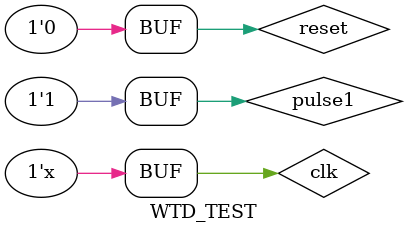
<source format=v>
`timescale 1ns / 1ps


module WTD_TEST(

    );
    reg clk = 1;
    reg reset;
    reg pulse1 = 1;
    always #5 clk = ~clk;
    initial
    begin
    reset = 0;
    #1 reset = 1;
    #5 reset = 0;
    end
    wire[31:0] Instruction_if,Instruction_id;
    wire[31:0] NextPC_if,NextPC_id;
    wire[4:0] ALUCode_id;
    wire[31:0] ALUa_ex;
    wire[31:0] ALUb_ex;
    wire[31:0] ALUResult_ex;
    wire pwmWave;
    m_MIPS_CPU MIPS_CPU(
     .clk(clk),
     .rst(reset),
     .Instruction(Instruction_if),
     .Instruction2(Instruction_id),
     .nextpc_if(NextPC_if),
     .nextpc_id(NextPC_id),
     .ALUCode(ALUCode_id),
     .ALU_a(ALUa_ex),
     .ALU_b(ALUb_ex),
     .aluresult_ex(ALUResult_ex),
     .pwmWave(pwmWave)
     );
endmodule

</source>
